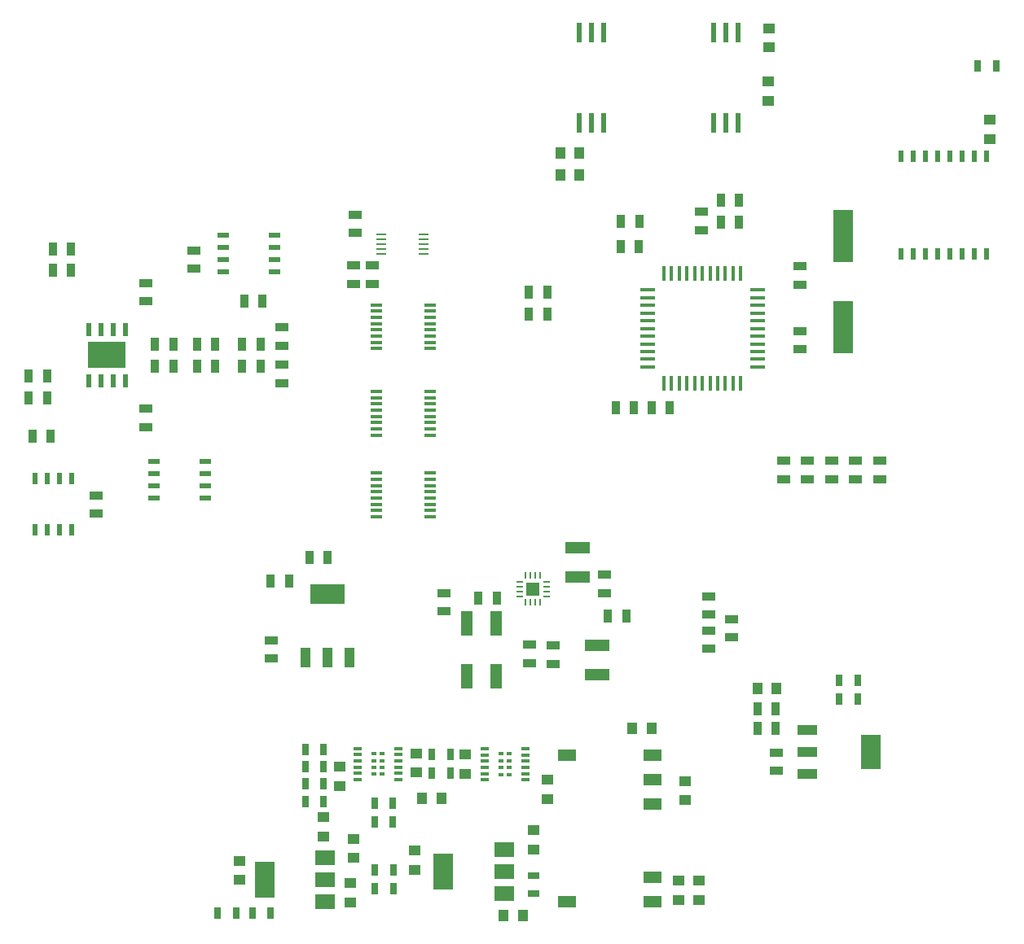
<source format=gtp>
G04 #@! TF.FileFunction,Paste,Top*
%FSLAX46Y46*%
G04 Gerber Fmt 4.6, Leading zero omitted, Abs format (unit mm)*
G04 Created by KiCad (PCBNEW 4.0.4+e1-6308~48~ubuntu15.10.1-stable) date Fri Nov 17 08:43:39 2017*
%MOMM*%
%LPD*%
G01*
G04 APERTURE LIST*
%ADD10C,0.150000*%
%ADD11R,0.508000X1.143000*%
%ADD12R,1.397000X0.889000*%
%ADD13R,0.889000X1.397000*%
%ADD14R,0.406400X1.524000*%
%ADD15R,1.524000X0.406400*%
%ADD16R,1.900000X1.200000*%
%ADD17R,1.270000X2.540000*%
%ADD18R,2.540000X1.270000*%
%ADD19R,0.701040X0.248920*%
%ADD20R,0.248920X0.701040*%
%ADD21R,1.450340X1.450340*%
%ADD22R,1.150620X0.431800*%
%ADD23R,1.000760X0.269240*%
%ADD24R,0.599440X1.399540*%
%ADD25R,4.000500X2.799080*%
%ADD26R,1.143000X0.508000*%
%ADD27R,1.250000X1.000000*%
%ADD28R,1.000000X1.250000*%
%ADD29R,0.700000X1.300000*%
%ADD30R,2.032000X3.657600*%
%ADD31R,2.032000X1.016000*%
%ADD32R,3.657600X2.032000*%
%ADD33R,1.016000X2.032000*%
%ADD34R,1.998980X5.499100*%
%ADD35R,0.600000X2.000000*%
%ADD36R,1.300000X0.700000*%
%ADD37R,0.890000X0.420000*%
%ADD38R,0.495000X0.427500*%
%ADD39R,2.000000X3.800000*%
%ADD40R,2.000000X1.500000*%
G04 APERTURE END LIST*
D10*
D11*
X214866600Y-63042800D03*
X213596600Y-63042800D03*
X212326600Y-63042800D03*
X211056600Y-63042800D03*
X209786600Y-63042800D03*
X208516600Y-63042800D03*
X207246600Y-63042800D03*
X205976600Y-63042800D03*
X205976600Y-73202800D03*
X207246600Y-73202800D03*
X208516600Y-73202800D03*
X209786600Y-73202800D03*
X211056600Y-73202800D03*
X212326600Y-73202800D03*
X213596600Y-73202800D03*
X214866600Y-73202800D03*
D12*
X185206640Y-70693280D03*
X185206640Y-68788280D03*
D13*
X187253880Y-67541140D03*
X189158880Y-67541140D03*
X187253880Y-69842380D03*
X189158880Y-69842380D03*
X176822100Y-72364600D03*
X178727100Y-72364600D03*
X178760120Y-69740780D03*
X176855120Y-69740780D03*
X169210100Y-77142000D03*
X167305100Y-77142000D03*
X169210100Y-79392000D03*
X167305100Y-79392000D03*
D14*
X185320940Y-75209400D03*
X184520840Y-75209400D03*
X183720740Y-75209400D03*
X182920640Y-75209400D03*
X182120540Y-75209400D03*
X181320440Y-75209400D03*
X186121040Y-75209400D03*
X186921140Y-75209400D03*
X187721240Y-75209400D03*
X188521340Y-75209400D03*
X189321440Y-75209400D03*
X185320940Y-86639400D03*
X184520840Y-86639400D03*
X183720740Y-86639400D03*
X182920640Y-86639400D03*
X182120540Y-86639400D03*
X181320440Y-86639400D03*
X186121040Y-86639400D03*
X186921140Y-86639400D03*
X187721240Y-86639400D03*
X188521340Y-86639400D03*
X189321440Y-86639400D03*
D15*
X179605940Y-80924400D03*
X191035940Y-80924400D03*
X179605940Y-81724500D03*
X191035940Y-81724500D03*
X191035940Y-82524600D03*
X179605940Y-82524600D03*
X179605940Y-83324700D03*
X191035940Y-83324700D03*
X191035940Y-84124800D03*
X179605940Y-84124800D03*
X179605940Y-84924900D03*
X191035940Y-84924900D03*
X191035940Y-80124300D03*
X179605940Y-80124300D03*
X179605940Y-79324200D03*
X191035940Y-79324200D03*
X191035940Y-78524100D03*
X179605940Y-78524100D03*
X179605940Y-77724000D03*
X191035940Y-77724000D03*
X191035940Y-76923900D03*
X179605940Y-76923900D03*
D12*
X195507600Y-74439500D03*
X195507600Y-76344500D03*
X195507600Y-83094500D03*
X195507600Y-81189500D03*
X203757600Y-94689500D03*
X203757600Y-96594500D03*
X201257600Y-94689500D03*
X201257600Y-96594500D03*
X198757600Y-94689500D03*
X198757600Y-96594500D03*
X196257600Y-94689500D03*
X196257600Y-96594500D03*
X193757600Y-94689500D03*
X193757600Y-96594500D03*
D13*
X181960100Y-89142000D03*
X180055100Y-89142000D03*
X176305100Y-89142000D03*
X178210100Y-89142000D03*
D12*
X185978800Y-108775500D03*
X185978800Y-110680500D03*
X185978800Y-112331500D03*
X185978800Y-114236500D03*
X188315600Y-111163100D03*
X188315600Y-113068100D03*
D13*
X192952500Y-120500000D03*
X191047500Y-120500000D03*
X192952500Y-122500000D03*
X191047500Y-122500000D03*
D12*
X193000000Y-126952500D03*
X193000000Y-125047500D03*
D16*
X180125000Y-140520000D03*
X180125000Y-137980000D03*
X180125000Y-130360000D03*
X180125000Y-127820000D03*
X180125000Y-125280000D03*
X171225000Y-125280000D03*
X171225000Y-140520000D03*
D13*
X162052000Y-108993940D03*
X163957000Y-108993940D03*
D17*
X163923980Y-111589820D03*
X160875980Y-111589820D03*
D12*
X158507600Y-110344500D03*
X158507600Y-108439500D03*
D17*
X160832800Y-117142260D03*
X163880800Y-117142260D03*
D12*
X167396160Y-113837720D03*
X167396160Y-115742720D03*
X169778680Y-113908840D03*
X169778680Y-115813840D03*
D18*
X174417600Y-113898000D03*
X174417600Y-116946000D03*
D13*
X177431700Y-110810040D03*
X175526700Y-110810040D03*
D12*
X175158400Y-106540300D03*
X175158400Y-108445300D03*
D18*
X172364400Y-106781600D03*
X172364400Y-103733600D03*
D19*
X169108120Y-108790740D03*
X169108120Y-108290360D03*
X169108120Y-107292140D03*
X169108120Y-107792520D03*
D20*
X167459660Y-106641900D03*
X166959280Y-106641900D03*
X167957500Y-106641900D03*
X168457880Y-106641900D03*
X166959280Y-109440980D03*
X167459660Y-109440980D03*
X168457880Y-109440980D03*
X167957500Y-109440980D03*
D19*
X166309040Y-108290360D03*
X166309040Y-108790740D03*
X166309040Y-107792520D03*
X166309040Y-107292140D03*
D21*
X167708580Y-108041440D03*
D12*
X140484860Y-115252500D03*
X140484860Y-113347500D03*
D13*
X146390360Y-104775000D03*
X144485360Y-104775000D03*
X140455100Y-107242000D03*
X142360100Y-107242000D03*
D22*
X151462740Y-95981520D03*
X151462740Y-96616520D03*
X151462740Y-97276920D03*
X151462740Y-97911920D03*
X151462740Y-98572320D03*
X151462740Y-99220020D03*
X151462740Y-99867720D03*
X151462740Y-100515420D03*
X157050740Y-100515420D03*
X157050740Y-99867720D03*
X157050740Y-99220020D03*
X157050740Y-98572320D03*
X157050740Y-97911920D03*
X157050740Y-97264220D03*
X157050740Y-96616520D03*
X157050740Y-95968820D03*
X151462740Y-87480140D03*
X151462740Y-88115140D03*
X151462740Y-88775540D03*
X151462740Y-89410540D03*
X151462740Y-90070940D03*
X151462740Y-90718640D03*
X151462740Y-91366340D03*
X151462740Y-92014040D03*
X157050740Y-92014040D03*
X157050740Y-91366340D03*
X157050740Y-90718640D03*
X157050740Y-90070940D03*
X157050740Y-89410540D03*
X157050740Y-88762840D03*
X157050740Y-88115140D03*
X157050740Y-87467440D03*
X151462740Y-78480920D03*
X151462740Y-79115920D03*
X151462740Y-79776320D03*
X151462740Y-80411320D03*
X151462740Y-81071720D03*
X151462740Y-81719420D03*
X151462740Y-82367120D03*
X151462740Y-83014820D03*
X157050740Y-83014820D03*
X157050740Y-82367120D03*
X157050740Y-81719420D03*
X157050740Y-81071720D03*
X157050740Y-80411320D03*
X157050740Y-79763620D03*
X157050740Y-79115920D03*
X157050740Y-78468220D03*
D23*
X151935180Y-71125080D03*
X151935180Y-71633080D03*
X151935180Y-72141080D03*
X151935180Y-72649080D03*
X151935180Y-73157080D03*
X156380180Y-73157080D03*
X156380180Y-72649080D03*
X156380180Y-72141080D03*
X156380180Y-71633080D03*
X156380180Y-71125080D03*
D12*
X151008080Y-74388980D03*
X151008080Y-76293980D03*
X149057360Y-74388980D03*
X149057360Y-76293980D03*
X149207600Y-70994500D03*
X149207600Y-69089500D03*
X141658340Y-84688680D03*
X141658340Y-86593680D03*
X141658340Y-82692240D03*
X141658340Y-80787240D03*
D13*
X137505440Y-84841080D03*
X139410440Y-84841080D03*
X139410440Y-82539840D03*
X137505440Y-82539840D03*
X132803900Y-84841080D03*
X134708900Y-84841080D03*
X132803900Y-82539840D03*
X134708900Y-82539840D03*
X130360420Y-84841080D03*
X128455420Y-84841080D03*
X128455420Y-82542380D03*
X130360420Y-82542380D03*
D24*
X125361700Y-86360000D03*
X125361700Y-81026000D03*
X124091700Y-86360000D03*
X122821700Y-86360000D03*
X121551700Y-86360000D03*
X124091700Y-81026000D03*
X122821700Y-81026000D03*
X121551700Y-81026000D03*
D25*
X123456700Y-83693000D03*
D26*
X140822680Y-71236840D03*
X135488680Y-71236840D03*
X140822680Y-72506840D03*
X140822680Y-73776840D03*
X140822680Y-75046840D03*
X135488680Y-72506840D03*
X135488680Y-73776840D03*
X135488680Y-75046840D03*
D13*
X137703560Y-78041500D03*
X139608560Y-78041500D03*
D12*
X132455920Y-72788780D03*
X132455920Y-74693780D03*
X127508000Y-78094840D03*
X127508000Y-76189840D03*
D13*
X119710100Y-72642000D03*
X117805100Y-72642000D03*
X119710100Y-74892000D03*
X117805100Y-74892000D03*
X117210100Y-85892000D03*
X115305100Y-85892000D03*
D26*
X128341120Y-98546920D03*
X133675120Y-98546920D03*
X128341120Y-97276920D03*
X128341120Y-96006920D03*
X128341120Y-94736920D03*
X133675120Y-97276920D03*
X133675120Y-96006920D03*
X133675120Y-94736920D03*
D11*
X115953540Y-96573340D03*
X115953540Y-101907340D03*
X117223540Y-96573340D03*
X118493540Y-96573340D03*
X119763540Y-96573340D03*
X117223540Y-101907340D03*
X118493540Y-101907340D03*
X119763540Y-101907340D03*
D13*
X117210100Y-88142000D03*
X115305100Y-88142000D03*
D12*
X127507600Y-89289500D03*
X127507600Y-91194500D03*
D13*
X115704620Y-92141040D03*
X117609620Y-92141040D03*
D12*
X122356880Y-98287840D03*
X122356880Y-100192840D03*
D27*
X184962800Y-140369800D03*
X184962800Y-138369800D03*
D28*
X193050000Y-118400000D03*
X191050000Y-118400000D03*
D29*
X136850000Y-141775000D03*
X134950000Y-141775000D03*
D28*
X164650000Y-142000000D03*
X166650000Y-142000000D03*
D27*
X148725000Y-140650000D03*
X148725000Y-138650000D03*
D30*
X202802000Y-125000000D03*
D31*
X196198000Y-125000000D03*
X196198000Y-127286000D03*
X196198000Y-122714000D03*
D32*
X146326860Y-108585000D03*
D33*
X146326860Y-115189000D03*
X148612860Y-115189000D03*
X144040860Y-115189000D03*
D34*
X199957600Y-71262200D03*
X199957600Y-80761800D03*
D29*
X201450000Y-117500000D03*
X199550000Y-117500000D03*
X201450000Y-119500000D03*
X199550000Y-119500000D03*
D27*
X192176400Y-57235600D03*
X192176400Y-55235600D03*
D28*
X172551600Y-62636400D03*
X170551600Y-62636400D03*
D27*
X192227200Y-51698400D03*
X192227200Y-49698400D03*
D28*
X172551600Y-64922400D03*
X170551600Y-64922400D03*
D35*
X172542200Y-59513200D03*
X173812200Y-59513200D03*
X175082200Y-59513200D03*
X186512200Y-59513200D03*
X187782200Y-59513200D03*
X189052200Y-59513200D03*
X189052200Y-50113200D03*
X187782200Y-50113200D03*
X186512200Y-50113200D03*
X175082200Y-50113200D03*
X173812200Y-50113200D03*
X172542200Y-50113200D03*
D27*
X215188800Y-59198000D03*
X215188800Y-61198000D03*
X155550000Y-127110000D03*
X155550000Y-125110000D03*
X182854600Y-140369800D03*
X182854600Y-138369800D03*
X145905000Y-131785000D03*
X145905000Y-133785000D03*
X147630000Y-126510000D03*
X147630000Y-128510000D03*
X167750000Y-135150000D03*
X167750000Y-133150000D03*
X155450000Y-137250000D03*
X155450000Y-135250000D03*
X183550000Y-128000000D03*
X183550000Y-130000000D03*
D28*
X180050000Y-122500000D03*
X178050000Y-122500000D03*
D27*
X149100000Y-136000000D03*
X149100000Y-134000000D03*
X137225000Y-138300000D03*
X137225000Y-136300000D03*
D29*
X145955000Y-124710000D03*
X144055000Y-124710000D03*
X144055000Y-126510000D03*
X145955000Y-126510000D03*
X145955000Y-128310000D03*
X144055000Y-128310000D03*
X144055000Y-130110000D03*
X145955000Y-130110000D03*
D36*
X167750000Y-139725000D03*
X167750000Y-137825000D03*
D29*
X151300000Y-137250000D03*
X153200000Y-137250000D03*
X153200000Y-139200000D03*
X151300000Y-139200000D03*
X140450000Y-141775000D03*
X138550000Y-141775000D03*
D37*
X153735000Y-127860000D03*
X153735000Y-127210000D03*
X153735000Y-126560000D03*
X153735000Y-125910000D03*
X153735000Y-125260000D03*
X153735000Y-124610000D03*
X149525000Y-124610000D03*
X149525000Y-125260000D03*
X149525000Y-125910000D03*
X149525000Y-126560000D03*
X149525000Y-127210000D03*
X149525000Y-127860000D03*
D38*
X151217500Y-125166250D03*
X151217500Y-125878750D03*
X151217500Y-126591250D03*
X151217500Y-127303750D03*
X152042500Y-125166250D03*
X152042500Y-125878750D03*
X152042500Y-126591250D03*
X152042500Y-127303750D03*
D39*
X158425000Y-137425000D03*
D40*
X164725000Y-137425000D03*
X164725000Y-135125000D03*
X164725000Y-139725000D03*
D39*
X139850000Y-138300000D03*
D40*
X146150000Y-138300000D03*
X146150000Y-136000000D03*
X146150000Y-140600000D03*
D29*
X215850000Y-53620000D03*
X213950000Y-53620000D03*
D27*
X169260000Y-127880000D03*
X169260000Y-129880000D03*
D28*
X158200000Y-129770000D03*
X156200000Y-129770000D03*
D27*
X160670000Y-125250000D03*
X160670000Y-127250000D03*
D29*
X157220000Y-125230000D03*
X159120000Y-125230000D03*
X159140000Y-127200000D03*
X157240000Y-127200000D03*
D37*
X166895000Y-127885000D03*
X166895000Y-127235000D03*
X166895000Y-126585000D03*
X166895000Y-125935000D03*
X166895000Y-125285000D03*
X166895000Y-124635000D03*
X162685000Y-124635000D03*
X162685000Y-125285000D03*
X162685000Y-125935000D03*
X162685000Y-126585000D03*
X162685000Y-127235000D03*
X162685000Y-127885000D03*
D38*
X164377500Y-125191250D03*
X164377500Y-125903750D03*
X164377500Y-126616250D03*
X164377500Y-127328750D03*
X165202500Y-125191250D03*
X165202500Y-125903750D03*
X165202500Y-126616250D03*
X165202500Y-127328750D03*
D29*
X151250000Y-130320000D03*
X153150000Y-130320000D03*
X151250000Y-132290000D03*
X153150000Y-132290000D03*
M02*

</source>
